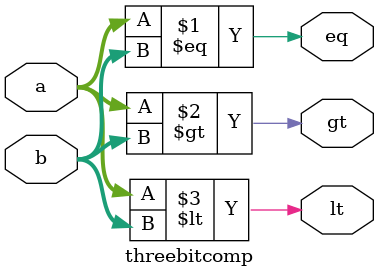
<source format=v>
module threebitcomp (a,b,eq,gt,lt);
    input [2:0] a;
    input [2:0] b;
    output wire eq;  // Equality
    output wire gt;  // Greater than
    output wire lt;   // Less than


    assign eq = (a == b);
    assign gt = (a > b);
    assign lt = (a < b);

endmodule

</source>
